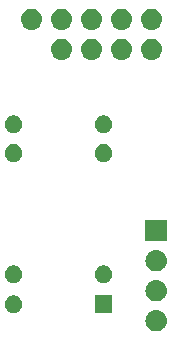
<source format=gbr>
G04 #@! TF.GenerationSoftware,KiCad,Pcbnew,(5.1.2)-2*
G04 #@! TF.CreationDate,2020-01-05T09:35:50+00:00*
G04 #@! TF.ProjectId,PlutoPTT,506c7574-6f50-4545-942e-6b696361645f,rev?*
G04 #@! TF.SameCoordinates,Original*
G04 #@! TF.FileFunction,Soldermask,Bot*
G04 #@! TF.FilePolarity,Negative*
%FSLAX46Y46*%
G04 Gerber Fmt 4.6, Leading zero omitted, Abs format (unit mm)*
G04 Created by KiCad (PCBNEW (5.1.2)-2) date 2020-01-05 09:35:50*
%MOMM*%
%LPD*%
G04 APERTURE LIST*
%ADD10C,0.100000*%
G04 APERTURE END LIST*
D10*
G36*
X77961443Y-67812519D02*
G01*
X78027627Y-67819037D01*
X78197466Y-67870557D01*
X78353991Y-67954222D01*
X78379952Y-67975528D01*
X78491186Y-68066814D01*
X78574448Y-68168271D01*
X78603778Y-68204009D01*
X78687443Y-68360534D01*
X78738963Y-68530373D01*
X78756359Y-68707000D01*
X78738963Y-68883627D01*
X78687443Y-69053466D01*
X78603778Y-69209991D01*
X78574448Y-69245729D01*
X78491186Y-69347186D01*
X78389729Y-69430448D01*
X78353991Y-69459778D01*
X78197466Y-69543443D01*
X78027627Y-69594963D01*
X77961443Y-69601481D01*
X77895260Y-69608000D01*
X77806740Y-69608000D01*
X77740557Y-69601481D01*
X77674373Y-69594963D01*
X77504534Y-69543443D01*
X77348009Y-69459778D01*
X77312271Y-69430448D01*
X77210814Y-69347186D01*
X77127552Y-69245729D01*
X77098222Y-69209991D01*
X77014557Y-69053466D01*
X76963037Y-68883627D01*
X76945641Y-68707000D01*
X76963037Y-68530373D01*
X77014557Y-68360534D01*
X77098222Y-68204009D01*
X77127552Y-68168271D01*
X77210814Y-68066814D01*
X77322048Y-67975528D01*
X77348009Y-67954222D01*
X77504534Y-67870557D01*
X77674373Y-67819037D01*
X77740557Y-67812519D01*
X77806740Y-67806000D01*
X77895260Y-67806000D01*
X77961443Y-67812519D01*
X77961443Y-67812519D01*
G37*
G36*
X74157000Y-68061000D02*
G01*
X72655000Y-68061000D01*
X72655000Y-66559000D01*
X74157000Y-66559000D01*
X74157000Y-68061000D01*
X74157000Y-68061000D01*
G37*
G36*
X66005059Y-66587860D02*
G01*
X66141732Y-66644472D01*
X66264735Y-66726660D01*
X66369340Y-66831265D01*
X66428483Y-66919779D01*
X66451529Y-66954270D01*
X66508140Y-67090941D01*
X66537000Y-67236033D01*
X66537000Y-67383967D01*
X66508140Y-67529059D01*
X66451528Y-67665732D01*
X66369340Y-67788735D01*
X66264735Y-67893340D01*
X66141732Y-67975528D01*
X66141731Y-67975529D01*
X66141730Y-67975529D01*
X66005059Y-68032140D01*
X65859968Y-68061000D01*
X65712032Y-68061000D01*
X65566941Y-68032140D01*
X65430270Y-67975529D01*
X65430269Y-67975529D01*
X65430268Y-67975528D01*
X65307265Y-67893340D01*
X65202660Y-67788735D01*
X65120472Y-67665732D01*
X65063860Y-67529059D01*
X65035000Y-67383967D01*
X65035000Y-67236033D01*
X65063860Y-67090941D01*
X65120471Y-66954270D01*
X65143517Y-66919779D01*
X65202660Y-66831265D01*
X65307265Y-66726660D01*
X65430268Y-66644472D01*
X65566941Y-66587860D01*
X65712032Y-66559000D01*
X65859968Y-66559000D01*
X66005059Y-66587860D01*
X66005059Y-66587860D01*
G37*
G36*
X77961443Y-65272519D02*
G01*
X78027627Y-65279037D01*
X78197466Y-65330557D01*
X78353991Y-65414222D01*
X78379952Y-65435528D01*
X78491186Y-65526814D01*
X78574448Y-65628271D01*
X78603778Y-65664009D01*
X78687443Y-65820534D01*
X78738963Y-65990373D01*
X78756359Y-66167000D01*
X78738963Y-66343627D01*
X78687443Y-66513466D01*
X78603778Y-66669991D01*
X78574448Y-66705729D01*
X78491186Y-66807186D01*
X78389729Y-66890448D01*
X78353991Y-66919778D01*
X78197466Y-67003443D01*
X78027627Y-67054963D01*
X77961443Y-67061481D01*
X77895260Y-67068000D01*
X77806740Y-67068000D01*
X77740557Y-67061481D01*
X77674373Y-67054963D01*
X77504534Y-67003443D01*
X77348009Y-66919778D01*
X77312271Y-66890448D01*
X77210814Y-66807186D01*
X77127552Y-66705729D01*
X77098222Y-66669991D01*
X77014557Y-66513466D01*
X76963037Y-66343627D01*
X76945641Y-66167000D01*
X76963037Y-65990373D01*
X77014557Y-65820534D01*
X77098222Y-65664009D01*
X77127552Y-65628271D01*
X77210814Y-65526814D01*
X77322048Y-65435528D01*
X77348009Y-65414222D01*
X77504534Y-65330557D01*
X77674373Y-65279037D01*
X77740557Y-65272519D01*
X77806740Y-65266000D01*
X77895260Y-65266000D01*
X77961443Y-65272519D01*
X77961443Y-65272519D01*
G37*
G36*
X73625059Y-64047860D02*
G01*
X73761732Y-64104472D01*
X73884735Y-64186660D01*
X73989340Y-64291265D01*
X74048483Y-64379779D01*
X74071529Y-64414270D01*
X74128140Y-64550941D01*
X74157000Y-64696033D01*
X74157000Y-64843967D01*
X74128140Y-64989059D01*
X74071528Y-65125732D01*
X73989340Y-65248735D01*
X73884735Y-65353340D01*
X73761732Y-65435528D01*
X73761731Y-65435529D01*
X73761730Y-65435529D01*
X73625059Y-65492140D01*
X73479968Y-65521000D01*
X73332032Y-65521000D01*
X73186941Y-65492140D01*
X73050270Y-65435529D01*
X73050269Y-65435529D01*
X73050268Y-65435528D01*
X72927265Y-65353340D01*
X72822660Y-65248735D01*
X72740472Y-65125732D01*
X72683860Y-64989059D01*
X72655000Y-64843967D01*
X72655000Y-64696033D01*
X72683860Y-64550941D01*
X72740471Y-64414270D01*
X72763517Y-64379779D01*
X72822660Y-64291265D01*
X72927265Y-64186660D01*
X73050268Y-64104472D01*
X73186941Y-64047860D01*
X73332032Y-64019000D01*
X73479968Y-64019000D01*
X73625059Y-64047860D01*
X73625059Y-64047860D01*
G37*
G36*
X66005059Y-64047860D02*
G01*
X66141732Y-64104472D01*
X66264735Y-64186660D01*
X66369340Y-64291265D01*
X66428483Y-64379779D01*
X66451529Y-64414270D01*
X66508140Y-64550941D01*
X66537000Y-64696033D01*
X66537000Y-64843967D01*
X66508140Y-64989059D01*
X66451528Y-65125732D01*
X66369340Y-65248735D01*
X66264735Y-65353340D01*
X66141732Y-65435528D01*
X66141731Y-65435529D01*
X66141730Y-65435529D01*
X66005059Y-65492140D01*
X65859968Y-65521000D01*
X65712032Y-65521000D01*
X65566941Y-65492140D01*
X65430270Y-65435529D01*
X65430269Y-65435529D01*
X65430268Y-65435528D01*
X65307265Y-65353340D01*
X65202660Y-65248735D01*
X65120472Y-65125732D01*
X65063860Y-64989059D01*
X65035000Y-64843967D01*
X65035000Y-64696033D01*
X65063860Y-64550941D01*
X65120471Y-64414270D01*
X65143517Y-64379779D01*
X65202660Y-64291265D01*
X65307265Y-64186660D01*
X65430268Y-64104472D01*
X65566941Y-64047860D01*
X65712032Y-64019000D01*
X65859968Y-64019000D01*
X66005059Y-64047860D01*
X66005059Y-64047860D01*
G37*
G36*
X77961442Y-62732518D02*
G01*
X78027627Y-62739037D01*
X78197466Y-62790557D01*
X78353991Y-62874222D01*
X78389729Y-62903552D01*
X78491186Y-62986814D01*
X78574448Y-63088271D01*
X78603778Y-63124009D01*
X78687443Y-63280534D01*
X78738963Y-63450373D01*
X78756359Y-63627000D01*
X78738963Y-63803627D01*
X78687443Y-63973466D01*
X78603778Y-64129991D01*
X78574448Y-64165729D01*
X78491186Y-64267186D01*
X78389729Y-64350448D01*
X78353991Y-64379778D01*
X78197466Y-64463443D01*
X78027627Y-64514963D01*
X77961442Y-64521482D01*
X77895260Y-64528000D01*
X77806740Y-64528000D01*
X77740558Y-64521482D01*
X77674373Y-64514963D01*
X77504534Y-64463443D01*
X77348009Y-64379778D01*
X77312271Y-64350448D01*
X77210814Y-64267186D01*
X77127552Y-64165729D01*
X77098222Y-64129991D01*
X77014557Y-63973466D01*
X76963037Y-63803627D01*
X76945641Y-63627000D01*
X76963037Y-63450373D01*
X77014557Y-63280534D01*
X77098222Y-63124009D01*
X77127552Y-63088271D01*
X77210814Y-62986814D01*
X77312271Y-62903552D01*
X77348009Y-62874222D01*
X77504534Y-62790557D01*
X77674373Y-62739037D01*
X77740558Y-62732518D01*
X77806740Y-62726000D01*
X77895260Y-62726000D01*
X77961442Y-62732518D01*
X77961442Y-62732518D01*
G37*
G36*
X78752000Y-61988000D02*
G01*
X76950000Y-61988000D01*
X76950000Y-60186000D01*
X78752000Y-60186000D01*
X78752000Y-61988000D01*
X78752000Y-61988000D01*
G37*
G36*
X66005059Y-53787860D02*
G01*
X66141732Y-53844472D01*
X66264735Y-53926660D01*
X66369340Y-54031265D01*
X66451528Y-54154268D01*
X66508140Y-54290941D01*
X66537000Y-54436033D01*
X66537000Y-54583967D01*
X66508140Y-54729059D01*
X66451528Y-54865732D01*
X66369340Y-54988735D01*
X66264735Y-55093340D01*
X66141732Y-55175528D01*
X66141731Y-55175529D01*
X66141730Y-55175529D01*
X66005059Y-55232140D01*
X65859968Y-55261000D01*
X65712032Y-55261000D01*
X65566941Y-55232140D01*
X65430270Y-55175529D01*
X65430269Y-55175529D01*
X65430268Y-55175528D01*
X65307265Y-55093340D01*
X65202660Y-54988735D01*
X65120472Y-54865732D01*
X65063860Y-54729059D01*
X65035000Y-54583967D01*
X65035000Y-54436033D01*
X65063860Y-54290941D01*
X65120472Y-54154268D01*
X65202660Y-54031265D01*
X65307265Y-53926660D01*
X65430268Y-53844472D01*
X65566941Y-53787860D01*
X65712032Y-53759000D01*
X65859968Y-53759000D01*
X66005059Y-53787860D01*
X66005059Y-53787860D01*
G37*
G36*
X73625059Y-53787860D02*
G01*
X73761732Y-53844472D01*
X73884735Y-53926660D01*
X73989340Y-54031265D01*
X74071528Y-54154268D01*
X74128140Y-54290941D01*
X74157000Y-54436033D01*
X74157000Y-54583967D01*
X74128140Y-54729059D01*
X74071528Y-54865732D01*
X73989340Y-54988735D01*
X73884735Y-55093340D01*
X73761732Y-55175528D01*
X73761731Y-55175529D01*
X73761730Y-55175529D01*
X73625059Y-55232140D01*
X73479968Y-55261000D01*
X73332032Y-55261000D01*
X73186941Y-55232140D01*
X73050270Y-55175529D01*
X73050269Y-55175529D01*
X73050268Y-55175528D01*
X72927265Y-55093340D01*
X72822660Y-54988735D01*
X72740472Y-54865732D01*
X72683860Y-54729059D01*
X72655000Y-54583967D01*
X72655000Y-54436033D01*
X72683860Y-54290941D01*
X72740472Y-54154268D01*
X72822660Y-54031265D01*
X72927265Y-53926660D01*
X73050268Y-53844472D01*
X73186941Y-53787860D01*
X73332032Y-53759000D01*
X73479968Y-53759000D01*
X73625059Y-53787860D01*
X73625059Y-53787860D01*
G37*
G36*
X73625059Y-51347860D02*
G01*
X73761732Y-51404472D01*
X73884735Y-51486660D01*
X73989340Y-51591265D01*
X74071528Y-51714268D01*
X74128140Y-51850941D01*
X74157000Y-51996033D01*
X74157000Y-52143967D01*
X74128140Y-52289059D01*
X74071528Y-52425732D01*
X73989340Y-52548735D01*
X73884735Y-52653340D01*
X73761732Y-52735528D01*
X73761731Y-52735529D01*
X73761730Y-52735529D01*
X73625059Y-52792140D01*
X73479968Y-52821000D01*
X73332032Y-52821000D01*
X73186941Y-52792140D01*
X73050270Y-52735529D01*
X73050269Y-52735529D01*
X73050268Y-52735528D01*
X72927265Y-52653340D01*
X72822660Y-52548735D01*
X72740472Y-52425732D01*
X72683860Y-52289059D01*
X72655000Y-52143967D01*
X72655000Y-51996033D01*
X72683860Y-51850941D01*
X72740472Y-51714268D01*
X72822660Y-51591265D01*
X72927265Y-51486660D01*
X73050268Y-51404472D01*
X73186941Y-51347860D01*
X73332032Y-51319000D01*
X73479968Y-51319000D01*
X73625059Y-51347860D01*
X73625059Y-51347860D01*
G37*
G36*
X66005059Y-51347860D02*
G01*
X66141732Y-51404472D01*
X66264735Y-51486660D01*
X66369340Y-51591265D01*
X66451528Y-51714268D01*
X66508140Y-51850941D01*
X66537000Y-51996033D01*
X66537000Y-52143967D01*
X66508140Y-52289059D01*
X66451528Y-52425732D01*
X66369340Y-52548735D01*
X66264735Y-52653340D01*
X66141732Y-52735528D01*
X66141731Y-52735529D01*
X66141730Y-52735529D01*
X66005059Y-52792140D01*
X65859968Y-52821000D01*
X65712032Y-52821000D01*
X65566941Y-52792140D01*
X65430270Y-52735529D01*
X65430269Y-52735529D01*
X65430268Y-52735528D01*
X65307265Y-52653340D01*
X65202660Y-52548735D01*
X65120472Y-52425732D01*
X65063860Y-52289059D01*
X65035000Y-52143967D01*
X65035000Y-51996033D01*
X65063860Y-51850941D01*
X65120472Y-51714268D01*
X65202660Y-51591265D01*
X65307265Y-51486660D01*
X65430268Y-51404472D01*
X65566941Y-51347860D01*
X65712032Y-51319000D01*
X65859968Y-51319000D01*
X66005059Y-51347860D01*
X66005059Y-51347860D01*
G37*
G36*
X75040442Y-44825518D02*
G01*
X75106627Y-44832037D01*
X75276466Y-44883557D01*
X75432991Y-44967222D01*
X75468729Y-44996552D01*
X75570186Y-45079814D01*
X75653448Y-45181271D01*
X75682778Y-45217009D01*
X75766443Y-45373534D01*
X75817963Y-45543373D01*
X75835359Y-45720000D01*
X75817963Y-45896627D01*
X75766443Y-46066466D01*
X75682778Y-46222991D01*
X75653448Y-46258729D01*
X75570186Y-46360186D01*
X75468729Y-46443448D01*
X75432991Y-46472778D01*
X75276466Y-46556443D01*
X75106627Y-46607963D01*
X75040443Y-46614481D01*
X74974260Y-46621000D01*
X74885740Y-46621000D01*
X74819558Y-46614482D01*
X74753373Y-46607963D01*
X74583534Y-46556443D01*
X74427009Y-46472778D01*
X74391271Y-46443448D01*
X74289814Y-46360186D01*
X74206552Y-46258729D01*
X74177222Y-46222991D01*
X74093557Y-46066466D01*
X74042037Y-45896627D01*
X74024641Y-45720000D01*
X74042037Y-45543373D01*
X74093557Y-45373534D01*
X74177222Y-45217009D01*
X74206552Y-45181271D01*
X74289814Y-45079814D01*
X74391271Y-44996552D01*
X74427009Y-44967222D01*
X74583534Y-44883557D01*
X74753373Y-44832037D01*
X74819558Y-44825518D01*
X74885740Y-44819000D01*
X74974260Y-44819000D01*
X75040442Y-44825518D01*
X75040442Y-44825518D01*
G37*
G36*
X77580442Y-44825518D02*
G01*
X77646627Y-44832037D01*
X77816466Y-44883557D01*
X77972991Y-44967222D01*
X78008729Y-44996552D01*
X78110186Y-45079814D01*
X78193448Y-45181271D01*
X78222778Y-45217009D01*
X78306443Y-45373534D01*
X78357963Y-45543373D01*
X78375359Y-45720000D01*
X78357963Y-45896627D01*
X78306443Y-46066466D01*
X78222778Y-46222991D01*
X78193448Y-46258729D01*
X78110186Y-46360186D01*
X78008729Y-46443448D01*
X77972991Y-46472778D01*
X77816466Y-46556443D01*
X77646627Y-46607963D01*
X77580443Y-46614481D01*
X77514260Y-46621000D01*
X77425740Y-46621000D01*
X77359558Y-46614482D01*
X77293373Y-46607963D01*
X77123534Y-46556443D01*
X76967009Y-46472778D01*
X76931271Y-46443448D01*
X76829814Y-46360186D01*
X76746552Y-46258729D01*
X76717222Y-46222991D01*
X76633557Y-46066466D01*
X76582037Y-45896627D01*
X76564641Y-45720000D01*
X76582037Y-45543373D01*
X76633557Y-45373534D01*
X76717222Y-45217009D01*
X76746552Y-45181271D01*
X76829814Y-45079814D01*
X76931271Y-44996552D01*
X76967009Y-44967222D01*
X77123534Y-44883557D01*
X77293373Y-44832037D01*
X77359558Y-44825518D01*
X77425740Y-44819000D01*
X77514260Y-44819000D01*
X77580442Y-44825518D01*
X77580442Y-44825518D01*
G37*
G36*
X72500442Y-44825518D02*
G01*
X72566627Y-44832037D01*
X72736466Y-44883557D01*
X72892991Y-44967222D01*
X72928729Y-44996552D01*
X73030186Y-45079814D01*
X73113448Y-45181271D01*
X73142778Y-45217009D01*
X73226443Y-45373534D01*
X73277963Y-45543373D01*
X73295359Y-45720000D01*
X73277963Y-45896627D01*
X73226443Y-46066466D01*
X73142778Y-46222991D01*
X73113448Y-46258729D01*
X73030186Y-46360186D01*
X72928729Y-46443448D01*
X72892991Y-46472778D01*
X72736466Y-46556443D01*
X72566627Y-46607963D01*
X72500443Y-46614481D01*
X72434260Y-46621000D01*
X72345740Y-46621000D01*
X72279558Y-46614482D01*
X72213373Y-46607963D01*
X72043534Y-46556443D01*
X71887009Y-46472778D01*
X71851271Y-46443448D01*
X71749814Y-46360186D01*
X71666552Y-46258729D01*
X71637222Y-46222991D01*
X71553557Y-46066466D01*
X71502037Y-45896627D01*
X71484641Y-45720000D01*
X71502037Y-45543373D01*
X71553557Y-45373534D01*
X71637222Y-45217009D01*
X71666552Y-45181271D01*
X71749814Y-45079814D01*
X71851271Y-44996552D01*
X71887009Y-44967222D01*
X72043534Y-44883557D01*
X72213373Y-44832037D01*
X72279558Y-44825518D01*
X72345740Y-44819000D01*
X72434260Y-44819000D01*
X72500442Y-44825518D01*
X72500442Y-44825518D01*
G37*
G36*
X69960442Y-44825518D02*
G01*
X70026627Y-44832037D01*
X70196466Y-44883557D01*
X70352991Y-44967222D01*
X70388729Y-44996552D01*
X70490186Y-45079814D01*
X70573448Y-45181271D01*
X70602778Y-45217009D01*
X70686443Y-45373534D01*
X70737963Y-45543373D01*
X70755359Y-45720000D01*
X70737963Y-45896627D01*
X70686443Y-46066466D01*
X70602778Y-46222991D01*
X70573448Y-46258729D01*
X70490186Y-46360186D01*
X70388729Y-46443448D01*
X70352991Y-46472778D01*
X70196466Y-46556443D01*
X70026627Y-46607963D01*
X69960443Y-46614481D01*
X69894260Y-46621000D01*
X69805740Y-46621000D01*
X69739558Y-46614482D01*
X69673373Y-46607963D01*
X69503534Y-46556443D01*
X69347009Y-46472778D01*
X69311271Y-46443448D01*
X69209814Y-46360186D01*
X69126552Y-46258729D01*
X69097222Y-46222991D01*
X69013557Y-46066466D01*
X68962037Y-45896627D01*
X68944641Y-45720000D01*
X68962037Y-45543373D01*
X69013557Y-45373534D01*
X69097222Y-45217009D01*
X69126552Y-45181271D01*
X69209814Y-45079814D01*
X69311271Y-44996552D01*
X69347009Y-44967222D01*
X69503534Y-44883557D01*
X69673373Y-44832037D01*
X69739558Y-44825518D01*
X69805740Y-44819000D01*
X69894260Y-44819000D01*
X69960442Y-44825518D01*
X69960442Y-44825518D01*
G37*
G36*
X72500442Y-42285518D02*
G01*
X72566627Y-42292037D01*
X72736466Y-42343557D01*
X72892991Y-42427222D01*
X72928729Y-42456552D01*
X73030186Y-42539814D01*
X73113448Y-42641271D01*
X73142778Y-42677009D01*
X73226443Y-42833534D01*
X73277963Y-43003373D01*
X73295359Y-43180000D01*
X73277963Y-43356627D01*
X73226443Y-43526466D01*
X73142778Y-43682991D01*
X73113448Y-43718729D01*
X73030186Y-43820186D01*
X72928729Y-43903448D01*
X72892991Y-43932778D01*
X72736466Y-44016443D01*
X72566627Y-44067963D01*
X72500443Y-44074481D01*
X72434260Y-44081000D01*
X72345740Y-44081000D01*
X72279557Y-44074481D01*
X72213373Y-44067963D01*
X72043534Y-44016443D01*
X71887009Y-43932778D01*
X71851271Y-43903448D01*
X71749814Y-43820186D01*
X71666552Y-43718729D01*
X71637222Y-43682991D01*
X71553557Y-43526466D01*
X71502037Y-43356627D01*
X71484641Y-43180000D01*
X71502037Y-43003373D01*
X71553557Y-42833534D01*
X71637222Y-42677009D01*
X71666552Y-42641271D01*
X71749814Y-42539814D01*
X71851271Y-42456552D01*
X71887009Y-42427222D01*
X72043534Y-42343557D01*
X72213373Y-42292037D01*
X72279558Y-42285518D01*
X72345740Y-42279000D01*
X72434260Y-42279000D01*
X72500442Y-42285518D01*
X72500442Y-42285518D01*
G37*
G36*
X69960442Y-42285518D02*
G01*
X70026627Y-42292037D01*
X70196466Y-42343557D01*
X70352991Y-42427222D01*
X70388729Y-42456552D01*
X70490186Y-42539814D01*
X70573448Y-42641271D01*
X70602778Y-42677009D01*
X70686443Y-42833534D01*
X70737963Y-43003373D01*
X70755359Y-43180000D01*
X70737963Y-43356627D01*
X70686443Y-43526466D01*
X70602778Y-43682991D01*
X70573448Y-43718729D01*
X70490186Y-43820186D01*
X70388729Y-43903448D01*
X70352991Y-43932778D01*
X70196466Y-44016443D01*
X70026627Y-44067963D01*
X69960443Y-44074481D01*
X69894260Y-44081000D01*
X69805740Y-44081000D01*
X69739557Y-44074481D01*
X69673373Y-44067963D01*
X69503534Y-44016443D01*
X69347009Y-43932778D01*
X69311271Y-43903448D01*
X69209814Y-43820186D01*
X69126552Y-43718729D01*
X69097222Y-43682991D01*
X69013557Y-43526466D01*
X68962037Y-43356627D01*
X68944641Y-43180000D01*
X68962037Y-43003373D01*
X69013557Y-42833534D01*
X69097222Y-42677009D01*
X69126552Y-42641271D01*
X69209814Y-42539814D01*
X69311271Y-42456552D01*
X69347009Y-42427222D01*
X69503534Y-42343557D01*
X69673373Y-42292037D01*
X69739558Y-42285518D01*
X69805740Y-42279000D01*
X69894260Y-42279000D01*
X69960442Y-42285518D01*
X69960442Y-42285518D01*
G37*
G36*
X75040442Y-42285518D02*
G01*
X75106627Y-42292037D01*
X75276466Y-42343557D01*
X75432991Y-42427222D01*
X75468729Y-42456552D01*
X75570186Y-42539814D01*
X75653448Y-42641271D01*
X75682778Y-42677009D01*
X75766443Y-42833534D01*
X75817963Y-43003373D01*
X75835359Y-43180000D01*
X75817963Y-43356627D01*
X75766443Y-43526466D01*
X75682778Y-43682991D01*
X75653448Y-43718729D01*
X75570186Y-43820186D01*
X75468729Y-43903448D01*
X75432991Y-43932778D01*
X75276466Y-44016443D01*
X75106627Y-44067963D01*
X75040443Y-44074481D01*
X74974260Y-44081000D01*
X74885740Y-44081000D01*
X74819557Y-44074481D01*
X74753373Y-44067963D01*
X74583534Y-44016443D01*
X74427009Y-43932778D01*
X74391271Y-43903448D01*
X74289814Y-43820186D01*
X74206552Y-43718729D01*
X74177222Y-43682991D01*
X74093557Y-43526466D01*
X74042037Y-43356627D01*
X74024641Y-43180000D01*
X74042037Y-43003373D01*
X74093557Y-42833534D01*
X74177222Y-42677009D01*
X74206552Y-42641271D01*
X74289814Y-42539814D01*
X74391271Y-42456552D01*
X74427009Y-42427222D01*
X74583534Y-42343557D01*
X74753373Y-42292037D01*
X74819558Y-42285518D01*
X74885740Y-42279000D01*
X74974260Y-42279000D01*
X75040442Y-42285518D01*
X75040442Y-42285518D01*
G37*
G36*
X77580442Y-42285518D02*
G01*
X77646627Y-42292037D01*
X77816466Y-42343557D01*
X77972991Y-42427222D01*
X78008729Y-42456552D01*
X78110186Y-42539814D01*
X78193448Y-42641271D01*
X78222778Y-42677009D01*
X78306443Y-42833534D01*
X78357963Y-43003373D01*
X78375359Y-43180000D01*
X78357963Y-43356627D01*
X78306443Y-43526466D01*
X78222778Y-43682991D01*
X78193448Y-43718729D01*
X78110186Y-43820186D01*
X78008729Y-43903448D01*
X77972991Y-43932778D01*
X77816466Y-44016443D01*
X77646627Y-44067963D01*
X77580443Y-44074481D01*
X77514260Y-44081000D01*
X77425740Y-44081000D01*
X77359557Y-44074481D01*
X77293373Y-44067963D01*
X77123534Y-44016443D01*
X76967009Y-43932778D01*
X76931271Y-43903448D01*
X76829814Y-43820186D01*
X76746552Y-43718729D01*
X76717222Y-43682991D01*
X76633557Y-43526466D01*
X76582037Y-43356627D01*
X76564641Y-43180000D01*
X76582037Y-43003373D01*
X76633557Y-42833534D01*
X76717222Y-42677009D01*
X76746552Y-42641271D01*
X76829814Y-42539814D01*
X76931271Y-42456552D01*
X76967009Y-42427222D01*
X77123534Y-42343557D01*
X77293373Y-42292037D01*
X77359558Y-42285518D01*
X77425740Y-42279000D01*
X77514260Y-42279000D01*
X77580442Y-42285518D01*
X77580442Y-42285518D01*
G37*
G36*
X67420442Y-42285518D02*
G01*
X67486627Y-42292037D01*
X67656466Y-42343557D01*
X67812991Y-42427222D01*
X67848729Y-42456552D01*
X67950186Y-42539814D01*
X68033448Y-42641271D01*
X68062778Y-42677009D01*
X68146443Y-42833534D01*
X68197963Y-43003373D01*
X68215359Y-43180000D01*
X68197963Y-43356627D01*
X68146443Y-43526466D01*
X68062778Y-43682991D01*
X68033448Y-43718729D01*
X67950186Y-43820186D01*
X67848729Y-43903448D01*
X67812991Y-43932778D01*
X67656466Y-44016443D01*
X67486627Y-44067963D01*
X67420443Y-44074481D01*
X67354260Y-44081000D01*
X67265740Y-44081000D01*
X67199557Y-44074481D01*
X67133373Y-44067963D01*
X66963534Y-44016443D01*
X66807009Y-43932778D01*
X66771271Y-43903448D01*
X66669814Y-43820186D01*
X66586552Y-43718729D01*
X66557222Y-43682991D01*
X66473557Y-43526466D01*
X66422037Y-43356627D01*
X66404641Y-43180000D01*
X66422037Y-43003373D01*
X66473557Y-42833534D01*
X66557222Y-42677009D01*
X66586552Y-42641271D01*
X66669814Y-42539814D01*
X66771271Y-42456552D01*
X66807009Y-42427222D01*
X66963534Y-42343557D01*
X67133373Y-42292037D01*
X67199558Y-42285518D01*
X67265740Y-42279000D01*
X67354260Y-42279000D01*
X67420442Y-42285518D01*
X67420442Y-42285518D01*
G37*
M02*

</source>
